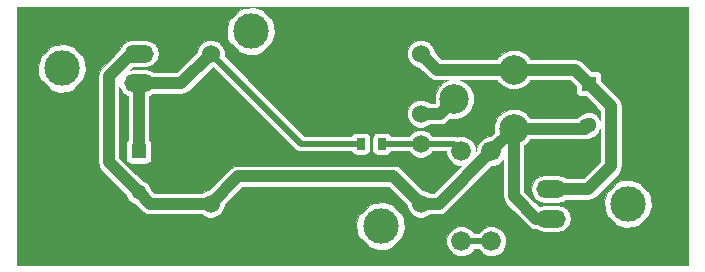
<source format=gbr>
G04 #@! TF.FileFunction,Copper,L2,Bot,Signal*
%FSLAX46Y46*%
G04 Gerber Fmt 4.6, Leading zero omitted, Abs format (unit mm)*
G04 Created by KiCad (PCBNEW 4.0.3-stable) date 09/13/16 14:55:43*
%MOMM*%
%LPD*%
G01*
G04 APERTURE LIST*
%ADD10C,0.100000*%
%ADD11C,1.300000*%
%ADD12R,1.300000X1.300000*%
%ADD13C,1.676400*%
%ADD14C,2.499360*%
%ADD15R,0.800000X1.000000*%
%ADD16O,2.500000X1.500000*%
%ADD17C,3.000000*%
%ADD18C,1.524000*%
%ADD19C,1.000000*%
%ADD20C,0.500000*%
%ADD21C,0.026000*%
G04 APERTURE END LIST*
D10*
D11*
X107950000Y-66365000D03*
D12*
X107950000Y-62865000D03*
D11*
X146050000Y-60650000D03*
D12*
X146050000Y-57150000D03*
D13*
X135255000Y-62865000D03*
X135255000Y-70485000D03*
X137795000Y-70485000D03*
X137795000Y-62865000D03*
D14*
X134660640Y-58460640D03*
X139700000Y-55961280D03*
X139700000Y-60960000D03*
D15*
X126735000Y-62230000D03*
X128535000Y-62230000D03*
D16*
X142875000Y-68580000D03*
X142875000Y-66080000D03*
D17*
X149375000Y-67330000D03*
D16*
X107950000Y-54610000D03*
X107950000Y-57110000D03*
D17*
X101450000Y-55860000D03*
D18*
X114046000Y-54610000D03*
X114046000Y-67310000D03*
X131826000Y-67310000D03*
X131826000Y-62230000D03*
X131826000Y-59690000D03*
X131826000Y-54610000D03*
D17*
X117436000Y-52710000D03*
X128436000Y-69210000D03*
D19*
X131826000Y-67310000D02*
X133350000Y-67310000D01*
X133350000Y-67310000D02*
X137795000Y-62865000D01*
X114046000Y-67310000D02*
X116356000Y-65000000D01*
X129516000Y-65000000D02*
X131826000Y-67310000D01*
X116356000Y-65000000D02*
X129516000Y-65000000D01*
X107950000Y-66365000D02*
X108895000Y-67310000D01*
X108895000Y-67310000D02*
X114046000Y-67310000D01*
X107950000Y-54610000D02*
X107315000Y-54610000D01*
X107315000Y-54610000D02*
X105410000Y-56515000D01*
X105410000Y-56515000D02*
X105410000Y-63825000D01*
X105410000Y-63825000D02*
X107950000Y-66365000D01*
X142875000Y-68580000D02*
X141605000Y-68580000D01*
X139700000Y-66675000D02*
X139700000Y-60960000D01*
X141605000Y-68580000D02*
X139700000Y-66675000D01*
X139700000Y-60960000D02*
X137795000Y-62865000D01*
X145725000Y-60650000D02*
X146050000Y-60650000D01*
X139700000Y-60960000D02*
X145740000Y-60960000D01*
X145740000Y-60960000D02*
X146050000Y-60650000D01*
D20*
X114046000Y-54610000D02*
X121666000Y-62230000D01*
X121666000Y-62230000D02*
X126735000Y-62230000D01*
D19*
X107950000Y-57110000D02*
X111546000Y-57110000D01*
X111546000Y-57110000D02*
X114046000Y-54610000D01*
X107950000Y-57110000D02*
X107950000Y-62865000D01*
X131826000Y-54610000D02*
X133177280Y-55961280D01*
X133177280Y-55961280D02*
X139700000Y-55961280D01*
X142875000Y-66080000D02*
X146010000Y-66080000D01*
X147955000Y-59055000D02*
X146050000Y-57150000D01*
X147955000Y-64135000D02*
X147955000Y-59055000D01*
X146010000Y-66080000D02*
X147955000Y-64135000D01*
X139700000Y-55961280D02*
X144861280Y-55961280D01*
X144861280Y-55961280D02*
X146050000Y-57150000D01*
X139618720Y-55880000D02*
X139700000Y-55961280D01*
D20*
X128535000Y-62230000D02*
X131826000Y-62230000D01*
X131826000Y-62230000D02*
X134620000Y-62230000D01*
X134620000Y-62230000D02*
X135255000Y-62865000D01*
X134620000Y-70485000D02*
X137160000Y-70485000D01*
D19*
X131826000Y-59690000D02*
X133431280Y-59690000D01*
X133431280Y-59690000D02*
X134660640Y-58460640D01*
D21*
G36*
X154452000Y-72537000D02*
X97643000Y-72537000D01*
X97643000Y-68966607D01*
X126389831Y-68966607D01*
X126452444Y-69768169D01*
X126638729Y-70217901D01*
X126911307Y-70393867D01*
X126913040Y-70392134D01*
X127253569Y-70733257D01*
X127252133Y-70734693D01*
X127428099Y-71007271D01*
X128192607Y-71256169D01*
X128994169Y-71193556D01*
X129443901Y-71007271D01*
X129619867Y-70734693D01*
X129618134Y-70732960D01*
X129866526Y-70485000D01*
X133957000Y-70485000D01*
X134003596Y-70719252D01*
X134003584Y-70732787D01*
X134193666Y-71192822D01*
X134545327Y-71545097D01*
X135005029Y-71735982D01*
X135502787Y-71736416D01*
X135962822Y-71546334D01*
X136315097Y-71194673D01*
X136334477Y-71148000D01*
X136715146Y-71148000D01*
X136733666Y-71192822D01*
X137085327Y-71545097D01*
X137545029Y-71735982D01*
X138042787Y-71736416D01*
X138502822Y-71546334D01*
X138855097Y-71194673D01*
X139045982Y-70734971D01*
X139046416Y-70237213D01*
X138856334Y-69777178D01*
X138504673Y-69424903D01*
X138044971Y-69234018D01*
X137547213Y-69233584D01*
X137087178Y-69423666D01*
X136734903Y-69775327D01*
X136715523Y-69822000D01*
X136334854Y-69822000D01*
X136316334Y-69777178D01*
X135964673Y-69424903D01*
X135504971Y-69234018D01*
X135007213Y-69233584D01*
X134547178Y-69423666D01*
X134194903Y-69775327D01*
X134004018Y-70235029D01*
X134004006Y-70248685D01*
X133957000Y-70485000D01*
X129866526Y-70485000D01*
X129959257Y-70392431D01*
X129960693Y-70393867D01*
X130233271Y-70217901D01*
X130482169Y-69453393D01*
X130419556Y-68651831D01*
X130233271Y-68202099D01*
X129960693Y-68026133D01*
X129958960Y-68027866D01*
X129618431Y-67686743D01*
X129619867Y-67685307D01*
X129443901Y-67412729D01*
X128679393Y-67163831D01*
X127877831Y-67226444D01*
X127428099Y-67412729D01*
X127252133Y-67685307D01*
X127253866Y-67687040D01*
X126912743Y-68027569D01*
X126911307Y-68026133D01*
X126638729Y-68202099D01*
X126389831Y-68966607D01*
X97643000Y-68966607D01*
X97643000Y-55616607D01*
X99403831Y-55616607D01*
X99466444Y-56418169D01*
X99652729Y-56867901D01*
X99925307Y-57043867D01*
X99927040Y-57042134D01*
X100267569Y-57383257D01*
X100266133Y-57384693D01*
X100442099Y-57657271D01*
X101206607Y-57906169D01*
X102008169Y-57843556D01*
X102457901Y-57657271D01*
X102633867Y-57384693D01*
X102632134Y-57382960D01*
X102973257Y-57042431D01*
X102974693Y-57043867D01*
X103247271Y-56867901D01*
X103362163Y-56515000D01*
X104497000Y-56515000D01*
X104497000Y-63825000D01*
X104549115Y-64087000D01*
X104566498Y-64174390D01*
X104764412Y-64470588D01*
X106899122Y-66605299D01*
X107048307Y-66966354D01*
X107347073Y-67265642D01*
X107710284Y-67416460D01*
X108249412Y-67955589D01*
X108545610Y-68153502D01*
X108895000Y-68223000D01*
X113297155Y-68223000D01*
X113379547Y-68305536D01*
X113811253Y-68484796D01*
X114278697Y-68485204D01*
X114710715Y-68306698D01*
X115041536Y-67976453D01*
X115220796Y-67544747D01*
X115220899Y-67426277D01*
X116734177Y-65913000D01*
X129137824Y-65913000D01*
X130650898Y-67426075D01*
X130650796Y-67542697D01*
X130829302Y-67974715D01*
X131159547Y-68305536D01*
X131591253Y-68484796D01*
X132058697Y-68485204D01*
X132490715Y-68306698D01*
X132574559Y-68223000D01*
X133350000Y-68223000D01*
X133699390Y-68153502D01*
X133995588Y-67955588D01*
X137834942Y-64116235D01*
X138042787Y-64116416D01*
X138502822Y-63926334D01*
X138787000Y-63642651D01*
X138787000Y-66675000D01*
X138844954Y-66966354D01*
X138856498Y-67024390D01*
X139054412Y-67320588D01*
X140959412Y-69225589D01*
X141184771Y-69376169D01*
X141255610Y-69423502D01*
X141605000Y-69493000D01*
X141655700Y-69493000D01*
X141897359Y-69654472D01*
X142342420Y-69743000D01*
X143407580Y-69743000D01*
X143852641Y-69654472D01*
X144229945Y-69402365D01*
X144482052Y-69025061D01*
X144570580Y-68580000D01*
X144482052Y-68134939D01*
X144229945Y-67757635D01*
X143852641Y-67505528D01*
X143407580Y-67417000D01*
X142342420Y-67417000D01*
X141897359Y-67505528D01*
X141852008Y-67535831D01*
X140613000Y-66296824D01*
X140613000Y-62381779D01*
X140640602Y-62370374D01*
X141108730Y-61903062D01*
X141121213Y-61873000D01*
X145740000Y-61873000D01*
X146089390Y-61803502D01*
X146224607Y-61713153D01*
X146260516Y-61713184D01*
X146651354Y-61551693D01*
X146950642Y-61252927D01*
X147042000Y-61032912D01*
X147042000Y-63756823D01*
X145631824Y-65167000D01*
X144094300Y-65167000D01*
X143852641Y-65005528D01*
X143407580Y-64917000D01*
X142342420Y-64917000D01*
X141897359Y-65005528D01*
X141520055Y-65257635D01*
X141267948Y-65634939D01*
X141179420Y-66080000D01*
X141267948Y-66525061D01*
X141520055Y-66902365D01*
X141897359Y-67154472D01*
X142342420Y-67243000D01*
X143407580Y-67243000D01*
X143852641Y-67154472D01*
X143954207Y-67086607D01*
X147328831Y-67086607D01*
X147391444Y-67888169D01*
X147577729Y-68337901D01*
X147850307Y-68513867D01*
X147852040Y-68512134D01*
X148192569Y-68853257D01*
X148191133Y-68854693D01*
X148367099Y-69127271D01*
X149131607Y-69376169D01*
X149933169Y-69313556D01*
X150382901Y-69127271D01*
X150558867Y-68854693D01*
X150557134Y-68852960D01*
X150898257Y-68512431D01*
X150899693Y-68513867D01*
X151172271Y-68337901D01*
X151421169Y-67573393D01*
X151358556Y-66771831D01*
X151172271Y-66322099D01*
X150899693Y-66146133D01*
X150897960Y-66147866D01*
X150557431Y-65806743D01*
X150558867Y-65805307D01*
X150382901Y-65532729D01*
X149618393Y-65283831D01*
X148816831Y-65346444D01*
X148367099Y-65532729D01*
X148191133Y-65805307D01*
X148192866Y-65807040D01*
X147851743Y-66147569D01*
X147850307Y-66146133D01*
X147577729Y-66322099D01*
X147328831Y-67086607D01*
X143954207Y-67086607D01*
X144094300Y-66993000D01*
X146010000Y-66993000D01*
X146359390Y-66923502D01*
X146655588Y-66725588D01*
X148600588Y-64780589D01*
X148798502Y-64484390D01*
X148824356Y-64354412D01*
X148868000Y-64135000D01*
X148868000Y-59055000D01*
X148798502Y-58705610D01*
X148790278Y-58693302D01*
X148600589Y-58409412D01*
X147121091Y-56929915D01*
X147121091Y-56500000D01*
X147092293Y-56346951D01*
X147001841Y-56206386D01*
X146863828Y-56112085D01*
X146700000Y-56078909D01*
X146270086Y-56078909D01*
X145506868Y-55315692D01*
X145210670Y-55117778D01*
X144861280Y-55048280D01*
X141121779Y-55048280D01*
X141110374Y-55020678D01*
X140643062Y-54552550D01*
X140032178Y-54298889D01*
X139370723Y-54298312D01*
X138759398Y-54550906D01*
X138291270Y-55018218D01*
X138278787Y-55048280D01*
X133555457Y-55048280D01*
X133001102Y-54493926D01*
X133001204Y-54377303D01*
X132822698Y-53945285D01*
X132492453Y-53614464D01*
X132060747Y-53435204D01*
X131593303Y-53434796D01*
X131161285Y-53613302D01*
X130830464Y-53943547D01*
X130651204Y-54375253D01*
X130650796Y-54842697D01*
X130829302Y-55274715D01*
X131159547Y-55605536D01*
X131591253Y-55784796D01*
X131709723Y-55784899D01*
X132531692Y-56606869D01*
X132761782Y-56760610D01*
X132827890Y-56804782D01*
X133177280Y-56874280D01*
X134145957Y-56874280D01*
X133720038Y-57050266D01*
X133251910Y-57517578D01*
X132998249Y-58128462D01*
X132997683Y-58777000D01*
X132574845Y-58777000D01*
X132492453Y-58694464D01*
X132060747Y-58515204D01*
X131593303Y-58514796D01*
X131161285Y-58693302D01*
X130830464Y-59023547D01*
X130651204Y-59455253D01*
X130650796Y-59922697D01*
X130829302Y-60354715D01*
X131159547Y-60685536D01*
X131591253Y-60864796D01*
X132058697Y-60865204D01*
X132490715Y-60686698D01*
X132574559Y-60603000D01*
X133431280Y-60603000D01*
X133780670Y-60533502D01*
X134076868Y-60335588D01*
X134300879Y-60111577D01*
X134328462Y-60123031D01*
X134989917Y-60123608D01*
X135601242Y-59871014D01*
X136069370Y-59403702D01*
X136323031Y-58792818D01*
X136323608Y-58131363D01*
X136071014Y-57520038D01*
X135603702Y-57051910D01*
X135175921Y-56874280D01*
X138278221Y-56874280D01*
X138289626Y-56901882D01*
X138756938Y-57370010D01*
X139367822Y-57623671D01*
X140029277Y-57624248D01*
X140640602Y-57371654D01*
X141108730Y-56904342D01*
X141121213Y-56874280D01*
X144483104Y-56874280D01*
X144978909Y-57370086D01*
X144978909Y-57800000D01*
X145007707Y-57953049D01*
X145098159Y-58093614D01*
X145236172Y-58187915D01*
X145400000Y-58221091D01*
X145829915Y-58221091D01*
X147042000Y-59433177D01*
X147042000Y-60267206D01*
X146951693Y-60048646D01*
X146652927Y-59749358D01*
X146262371Y-59587185D01*
X145839484Y-59586816D01*
X145448646Y-59748307D01*
X145394022Y-59802836D01*
X145375610Y-59806498D01*
X145079412Y-60004412D01*
X145050955Y-60047000D01*
X141121779Y-60047000D01*
X141110374Y-60019398D01*
X140643062Y-59551270D01*
X140032178Y-59297609D01*
X139370723Y-59297032D01*
X138759398Y-59549626D01*
X138291270Y-60016938D01*
X138037609Y-60627822D01*
X138037032Y-61289277D01*
X138049462Y-61319361D01*
X137755058Y-61613765D01*
X137547213Y-61613584D01*
X137087178Y-61803666D01*
X136734903Y-62155327D01*
X136544018Y-62615029D01*
X136543835Y-62824988D01*
X136506202Y-62862621D01*
X136506416Y-62617213D01*
X136316334Y-62157178D01*
X135964673Y-61804903D01*
X135504971Y-61614018D01*
X135007213Y-61613584D01*
X134921135Y-61649150D01*
X134873719Y-61617468D01*
X134620000Y-61567000D01*
X132823407Y-61567000D01*
X132822698Y-61565285D01*
X132492453Y-61234464D01*
X132060747Y-61055204D01*
X131593303Y-61054796D01*
X131161285Y-61233302D01*
X130830464Y-61563547D01*
X130829030Y-61567000D01*
X129320890Y-61567000D01*
X129236841Y-61436386D01*
X129098828Y-61342085D01*
X128935000Y-61308909D01*
X128135000Y-61308909D01*
X127981951Y-61337707D01*
X127841386Y-61428159D01*
X127747085Y-61566172D01*
X127713909Y-61730000D01*
X127713909Y-62730000D01*
X127742707Y-62883049D01*
X127833159Y-63023614D01*
X127971172Y-63117915D01*
X128135000Y-63151091D01*
X128935000Y-63151091D01*
X129088049Y-63122293D01*
X129228614Y-63031841D01*
X129322915Y-62893828D01*
X129323083Y-62893000D01*
X130828593Y-62893000D01*
X130829302Y-62894715D01*
X131159547Y-63225536D01*
X131591253Y-63404796D01*
X132058697Y-63405204D01*
X132490715Y-63226698D01*
X132821536Y-62896453D01*
X132822970Y-62893000D01*
X134003776Y-62893000D01*
X134003584Y-63112787D01*
X134193666Y-63572822D01*
X134545327Y-63925097D01*
X135005029Y-64115982D01*
X135252626Y-64116198D01*
X132971824Y-66397000D01*
X132574845Y-66397000D01*
X132492453Y-66314464D01*
X132060747Y-66135204D01*
X131942277Y-66135101D01*
X130161588Y-64354412D01*
X129865390Y-64156498D01*
X129516000Y-64087000D01*
X116356000Y-64087000D01*
X116006610Y-64156498D01*
X115710411Y-64354412D01*
X113929926Y-66134898D01*
X113813303Y-66134796D01*
X113381285Y-66313302D01*
X113297441Y-66397000D01*
X109273177Y-66397000D01*
X109000878Y-66124702D01*
X108851693Y-65763646D01*
X108552927Y-65464358D01*
X108189717Y-65313540D01*
X106323000Y-63446824D01*
X106323000Y-57454775D01*
X106342948Y-57555061D01*
X106595055Y-57932365D01*
X106972359Y-58184472D01*
X107037000Y-58197330D01*
X107037000Y-61893459D01*
X107006386Y-61913159D01*
X106912085Y-62051172D01*
X106878909Y-62215000D01*
X106878909Y-63515000D01*
X106907707Y-63668049D01*
X106998159Y-63808614D01*
X107136172Y-63902915D01*
X107300000Y-63936091D01*
X108600000Y-63936091D01*
X108753049Y-63907293D01*
X108893614Y-63816841D01*
X108987915Y-63678828D01*
X109021091Y-63515000D01*
X109021091Y-62215000D01*
X108992293Y-62061951D01*
X108901841Y-61921386D01*
X108863000Y-61894847D01*
X108863000Y-58197330D01*
X108927641Y-58184472D01*
X109169300Y-58023000D01*
X111546000Y-58023000D01*
X111895390Y-57953502D01*
X112191588Y-57755588D01*
X114162075Y-55785102D01*
X114278697Y-55785204D01*
X114282152Y-55783776D01*
X121197188Y-62698812D01*
X121412281Y-62842532D01*
X121666000Y-62893000D01*
X125949110Y-62893000D01*
X126033159Y-63023614D01*
X126171172Y-63117915D01*
X126335000Y-63151091D01*
X127135000Y-63151091D01*
X127288049Y-63122293D01*
X127428614Y-63031841D01*
X127522915Y-62893828D01*
X127556091Y-62730000D01*
X127556091Y-61730000D01*
X127527293Y-61576951D01*
X127436841Y-61436386D01*
X127298828Y-61342085D01*
X127135000Y-61308909D01*
X126335000Y-61308909D01*
X126181951Y-61337707D01*
X126041386Y-61428159D01*
X125947085Y-61566172D01*
X125946917Y-61567000D01*
X121940624Y-61567000D01*
X115220084Y-54846460D01*
X115220796Y-54844747D01*
X115221204Y-54377303D01*
X115042698Y-53945285D01*
X114712453Y-53614464D01*
X114280747Y-53435204D01*
X113813303Y-53434796D01*
X113381285Y-53613302D01*
X113050464Y-53943547D01*
X112871204Y-54375253D01*
X112871101Y-54493723D01*
X111167824Y-56197000D01*
X109169300Y-56197000D01*
X108927641Y-56035528D01*
X108482580Y-55947000D01*
X107417420Y-55947000D01*
X107232367Y-55983809D01*
X107443177Y-55773000D01*
X108482580Y-55773000D01*
X108927641Y-55684472D01*
X109304945Y-55432365D01*
X109557052Y-55055061D01*
X109645580Y-54610000D01*
X109557052Y-54164939D01*
X109304945Y-53787635D01*
X108927641Y-53535528D01*
X108482580Y-53447000D01*
X107417420Y-53447000D01*
X106972359Y-53535528D01*
X106595055Y-53787635D01*
X106342948Y-54164939D01*
X106311678Y-54322145D01*
X104764412Y-55869412D01*
X104566498Y-56165610D01*
X104497000Y-56515000D01*
X103362163Y-56515000D01*
X103496169Y-56103393D01*
X103433556Y-55301831D01*
X103247271Y-54852099D01*
X102974693Y-54676133D01*
X102972960Y-54677866D01*
X102632431Y-54336743D01*
X102633867Y-54335307D01*
X102457901Y-54062729D01*
X101693393Y-53813831D01*
X100891831Y-53876444D01*
X100442099Y-54062729D01*
X100266133Y-54335307D01*
X100267866Y-54337040D01*
X99926743Y-54677569D01*
X99925307Y-54676133D01*
X99652729Y-54852099D01*
X99403831Y-55616607D01*
X97643000Y-55616607D01*
X97643000Y-52466607D01*
X115389831Y-52466607D01*
X115452444Y-53268169D01*
X115638729Y-53717901D01*
X115911307Y-53893867D01*
X115913040Y-53892134D01*
X116253569Y-54233257D01*
X116252133Y-54234693D01*
X116428099Y-54507271D01*
X117192607Y-54756169D01*
X117994169Y-54693556D01*
X118443901Y-54507271D01*
X118619867Y-54234693D01*
X118618134Y-54232960D01*
X118959257Y-53892431D01*
X118960693Y-53893867D01*
X119233271Y-53717901D01*
X119482169Y-52953393D01*
X119419556Y-52151831D01*
X119233271Y-51702099D01*
X118960693Y-51526133D01*
X118958960Y-51527866D01*
X118618431Y-51186743D01*
X118619867Y-51185307D01*
X118443901Y-50912729D01*
X117679393Y-50663831D01*
X116877831Y-50726444D01*
X116428099Y-50912729D01*
X116252133Y-51185307D01*
X116253866Y-51187040D01*
X115912743Y-51527569D01*
X115911307Y-51526133D01*
X115638729Y-51702099D01*
X115389831Y-52466607D01*
X97643000Y-52466607D01*
X97643000Y-50653000D01*
X154452000Y-50653000D01*
X154452000Y-72537000D01*
X154452000Y-72537000D01*
G37*
X154452000Y-72537000D02*
X97643000Y-72537000D01*
X97643000Y-68966607D01*
X126389831Y-68966607D01*
X126452444Y-69768169D01*
X126638729Y-70217901D01*
X126911307Y-70393867D01*
X126913040Y-70392134D01*
X127253569Y-70733257D01*
X127252133Y-70734693D01*
X127428099Y-71007271D01*
X128192607Y-71256169D01*
X128994169Y-71193556D01*
X129443901Y-71007271D01*
X129619867Y-70734693D01*
X129618134Y-70732960D01*
X129866526Y-70485000D01*
X133957000Y-70485000D01*
X134003596Y-70719252D01*
X134003584Y-70732787D01*
X134193666Y-71192822D01*
X134545327Y-71545097D01*
X135005029Y-71735982D01*
X135502787Y-71736416D01*
X135962822Y-71546334D01*
X136315097Y-71194673D01*
X136334477Y-71148000D01*
X136715146Y-71148000D01*
X136733666Y-71192822D01*
X137085327Y-71545097D01*
X137545029Y-71735982D01*
X138042787Y-71736416D01*
X138502822Y-71546334D01*
X138855097Y-71194673D01*
X139045982Y-70734971D01*
X139046416Y-70237213D01*
X138856334Y-69777178D01*
X138504673Y-69424903D01*
X138044971Y-69234018D01*
X137547213Y-69233584D01*
X137087178Y-69423666D01*
X136734903Y-69775327D01*
X136715523Y-69822000D01*
X136334854Y-69822000D01*
X136316334Y-69777178D01*
X135964673Y-69424903D01*
X135504971Y-69234018D01*
X135007213Y-69233584D01*
X134547178Y-69423666D01*
X134194903Y-69775327D01*
X134004018Y-70235029D01*
X134004006Y-70248685D01*
X133957000Y-70485000D01*
X129866526Y-70485000D01*
X129959257Y-70392431D01*
X129960693Y-70393867D01*
X130233271Y-70217901D01*
X130482169Y-69453393D01*
X130419556Y-68651831D01*
X130233271Y-68202099D01*
X129960693Y-68026133D01*
X129958960Y-68027866D01*
X129618431Y-67686743D01*
X129619867Y-67685307D01*
X129443901Y-67412729D01*
X128679393Y-67163831D01*
X127877831Y-67226444D01*
X127428099Y-67412729D01*
X127252133Y-67685307D01*
X127253866Y-67687040D01*
X126912743Y-68027569D01*
X126911307Y-68026133D01*
X126638729Y-68202099D01*
X126389831Y-68966607D01*
X97643000Y-68966607D01*
X97643000Y-55616607D01*
X99403831Y-55616607D01*
X99466444Y-56418169D01*
X99652729Y-56867901D01*
X99925307Y-57043867D01*
X99927040Y-57042134D01*
X100267569Y-57383257D01*
X100266133Y-57384693D01*
X100442099Y-57657271D01*
X101206607Y-57906169D01*
X102008169Y-57843556D01*
X102457901Y-57657271D01*
X102633867Y-57384693D01*
X102632134Y-57382960D01*
X102973257Y-57042431D01*
X102974693Y-57043867D01*
X103247271Y-56867901D01*
X103362163Y-56515000D01*
X104497000Y-56515000D01*
X104497000Y-63825000D01*
X104549115Y-64087000D01*
X104566498Y-64174390D01*
X104764412Y-64470588D01*
X106899122Y-66605299D01*
X107048307Y-66966354D01*
X107347073Y-67265642D01*
X107710284Y-67416460D01*
X108249412Y-67955589D01*
X108545610Y-68153502D01*
X108895000Y-68223000D01*
X113297155Y-68223000D01*
X113379547Y-68305536D01*
X113811253Y-68484796D01*
X114278697Y-68485204D01*
X114710715Y-68306698D01*
X115041536Y-67976453D01*
X115220796Y-67544747D01*
X115220899Y-67426277D01*
X116734177Y-65913000D01*
X129137824Y-65913000D01*
X130650898Y-67426075D01*
X130650796Y-67542697D01*
X130829302Y-67974715D01*
X131159547Y-68305536D01*
X131591253Y-68484796D01*
X132058697Y-68485204D01*
X132490715Y-68306698D01*
X132574559Y-68223000D01*
X133350000Y-68223000D01*
X133699390Y-68153502D01*
X133995588Y-67955588D01*
X137834942Y-64116235D01*
X138042787Y-64116416D01*
X138502822Y-63926334D01*
X138787000Y-63642651D01*
X138787000Y-66675000D01*
X138844954Y-66966354D01*
X138856498Y-67024390D01*
X139054412Y-67320588D01*
X140959412Y-69225589D01*
X141184771Y-69376169D01*
X141255610Y-69423502D01*
X141605000Y-69493000D01*
X141655700Y-69493000D01*
X141897359Y-69654472D01*
X142342420Y-69743000D01*
X143407580Y-69743000D01*
X143852641Y-69654472D01*
X144229945Y-69402365D01*
X144482052Y-69025061D01*
X144570580Y-68580000D01*
X144482052Y-68134939D01*
X144229945Y-67757635D01*
X143852641Y-67505528D01*
X143407580Y-67417000D01*
X142342420Y-67417000D01*
X141897359Y-67505528D01*
X141852008Y-67535831D01*
X140613000Y-66296824D01*
X140613000Y-62381779D01*
X140640602Y-62370374D01*
X141108730Y-61903062D01*
X141121213Y-61873000D01*
X145740000Y-61873000D01*
X146089390Y-61803502D01*
X146224607Y-61713153D01*
X146260516Y-61713184D01*
X146651354Y-61551693D01*
X146950642Y-61252927D01*
X147042000Y-61032912D01*
X147042000Y-63756823D01*
X145631824Y-65167000D01*
X144094300Y-65167000D01*
X143852641Y-65005528D01*
X143407580Y-64917000D01*
X142342420Y-64917000D01*
X141897359Y-65005528D01*
X141520055Y-65257635D01*
X141267948Y-65634939D01*
X141179420Y-66080000D01*
X141267948Y-66525061D01*
X141520055Y-66902365D01*
X141897359Y-67154472D01*
X142342420Y-67243000D01*
X143407580Y-67243000D01*
X143852641Y-67154472D01*
X143954207Y-67086607D01*
X147328831Y-67086607D01*
X147391444Y-67888169D01*
X147577729Y-68337901D01*
X147850307Y-68513867D01*
X147852040Y-68512134D01*
X148192569Y-68853257D01*
X148191133Y-68854693D01*
X148367099Y-69127271D01*
X149131607Y-69376169D01*
X149933169Y-69313556D01*
X150382901Y-69127271D01*
X150558867Y-68854693D01*
X150557134Y-68852960D01*
X150898257Y-68512431D01*
X150899693Y-68513867D01*
X151172271Y-68337901D01*
X151421169Y-67573393D01*
X151358556Y-66771831D01*
X151172271Y-66322099D01*
X150899693Y-66146133D01*
X150897960Y-66147866D01*
X150557431Y-65806743D01*
X150558867Y-65805307D01*
X150382901Y-65532729D01*
X149618393Y-65283831D01*
X148816831Y-65346444D01*
X148367099Y-65532729D01*
X148191133Y-65805307D01*
X148192866Y-65807040D01*
X147851743Y-66147569D01*
X147850307Y-66146133D01*
X147577729Y-66322099D01*
X147328831Y-67086607D01*
X143954207Y-67086607D01*
X144094300Y-66993000D01*
X146010000Y-66993000D01*
X146359390Y-66923502D01*
X146655588Y-66725588D01*
X148600588Y-64780589D01*
X148798502Y-64484390D01*
X148824356Y-64354412D01*
X148868000Y-64135000D01*
X148868000Y-59055000D01*
X148798502Y-58705610D01*
X148790278Y-58693302D01*
X148600589Y-58409412D01*
X147121091Y-56929915D01*
X147121091Y-56500000D01*
X147092293Y-56346951D01*
X147001841Y-56206386D01*
X146863828Y-56112085D01*
X146700000Y-56078909D01*
X146270086Y-56078909D01*
X145506868Y-55315692D01*
X145210670Y-55117778D01*
X144861280Y-55048280D01*
X141121779Y-55048280D01*
X141110374Y-55020678D01*
X140643062Y-54552550D01*
X140032178Y-54298889D01*
X139370723Y-54298312D01*
X138759398Y-54550906D01*
X138291270Y-55018218D01*
X138278787Y-55048280D01*
X133555457Y-55048280D01*
X133001102Y-54493926D01*
X133001204Y-54377303D01*
X132822698Y-53945285D01*
X132492453Y-53614464D01*
X132060747Y-53435204D01*
X131593303Y-53434796D01*
X131161285Y-53613302D01*
X130830464Y-53943547D01*
X130651204Y-54375253D01*
X130650796Y-54842697D01*
X130829302Y-55274715D01*
X131159547Y-55605536D01*
X131591253Y-55784796D01*
X131709723Y-55784899D01*
X132531692Y-56606869D01*
X132761782Y-56760610D01*
X132827890Y-56804782D01*
X133177280Y-56874280D01*
X134145957Y-56874280D01*
X133720038Y-57050266D01*
X133251910Y-57517578D01*
X132998249Y-58128462D01*
X132997683Y-58777000D01*
X132574845Y-58777000D01*
X132492453Y-58694464D01*
X132060747Y-58515204D01*
X131593303Y-58514796D01*
X131161285Y-58693302D01*
X130830464Y-59023547D01*
X130651204Y-59455253D01*
X130650796Y-59922697D01*
X130829302Y-60354715D01*
X131159547Y-60685536D01*
X131591253Y-60864796D01*
X132058697Y-60865204D01*
X132490715Y-60686698D01*
X132574559Y-60603000D01*
X133431280Y-60603000D01*
X133780670Y-60533502D01*
X134076868Y-60335588D01*
X134300879Y-60111577D01*
X134328462Y-60123031D01*
X134989917Y-60123608D01*
X135601242Y-59871014D01*
X136069370Y-59403702D01*
X136323031Y-58792818D01*
X136323608Y-58131363D01*
X136071014Y-57520038D01*
X135603702Y-57051910D01*
X135175921Y-56874280D01*
X138278221Y-56874280D01*
X138289626Y-56901882D01*
X138756938Y-57370010D01*
X139367822Y-57623671D01*
X140029277Y-57624248D01*
X140640602Y-57371654D01*
X141108730Y-56904342D01*
X141121213Y-56874280D01*
X144483104Y-56874280D01*
X144978909Y-57370086D01*
X144978909Y-57800000D01*
X145007707Y-57953049D01*
X145098159Y-58093614D01*
X145236172Y-58187915D01*
X145400000Y-58221091D01*
X145829915Y-58221091D01*
X147042000Y-59433177D01*
X147042000Y-60267206D01*
X146951693Y-60048646D01*
X146652927Y-59749358D01*
X146262371Y-59587185D01*
X145839484Y-59586816D01*
X145448646Y-59748307D01*
X145394022Y-59802836D01*
X145375610Y-59806498D01*
X145079412Y-60004412D01*
X145050955Y-60047000D01*
X141121779Y-60047000D01*
X141110374Y-60019398D01*
X140643062Y-59551270D01*
X140032178Y-59297609D01*
X139370723Y-59297032D01*
X138759398Y-59549626D01*
X138291270Y-60016938D01*
X138037609Y-60627822D01*
X138037032Y-61289277D01*
X138049462Y-61319361D01*
X137755058Y-61613765D01*
X137547213Y-61613584D01*
X137087178Y-61803666D01*
X136734903Y-62155327D01*
X136544018Y-62615029D01*
X136543835Y-62824988D01*
X136506202Y-62862621D01*
X136506416Y-62617213D01*
X136316334Y-62157178D01*
X135964673Y-61804903D01*
X135504971Y-61614018D01*
X135007213Y-61613584D01*
X134921135Y-61649150D01*
X134873719Y-61617468D01*
X134620000Y-61567000D01*
X132823407Y-61567000D01*
X132822698Y-61565285D01*
X132492453Y-61234464D01*
X132060747Y-61055204D01*
X131593303Y-61054796D01*
X131161285Y-61233302D01*
X130830464Y-61563547D01*
X130829030Y-61567000D01*
X129320890Y-61567000D01*
X129236841Y-61436386D01*
X129098828Y-61342085D01*
X128935000Y-61308909D01*
X128135000Y-61308909D01*
X127981951Y-61337707D01*
X127841386Y-61428159D01*
X127747085Y-61566172D01*
X127713909Y-61730000D01*
X127713909Y-62730000D01*
X127742707Y-62883049D01*
X127833159Y-63023614D01*
X127971172Y-63117915D01*
X128135000Y-63151091D01*
X128935000Y-63151091D01*
X129088049Y-63122293D01*
X129228614Y-63031841D01*
X129322915Y-62893828D01*
X129323083Y-62893000D01*
X130828593Y-62893000D01*
X130829302Y-62894715D01*
X131159547Y-63225536D01*
X131591253Y-63404796D01*
X132058697Y-63405204D01*
X132490715Y-63226698D01*
X132821536Y-62896453D01*
X132822970Y-62893000D01*
X134003776Y-62893000D01*
X134003584Y-63112787D01*
X134193666Y-63572822D01*
X134545327Y-63925097D01*
X135005029Y-64115982D01*
X135252626Y-64116198D01*
X132971824Y-66397000D01*
X132574845Y-66397000D01*
X132492453Y-66314464D01*
X132060747Y-66135204D01*
X131942277Y-66135101D01*
X130161588Y-64354412D01*
X129865390Y-64156498D01*
X129516000Y-64087000D01*
X116356000Y-64087000D01*
X116006610Y-64156498D01*
X115710411Y-64354412D01*
X113929926Y-66134898D01*
X113813303Y-66134796D01*
X113381285Y-66313302D01*
X113297441Y-66397000D01*
X109273177Y-66397000D01*
X109000878Y-66124702D01*
X108851693Y-65763646D01*
X108552927Y-65464358D01*
X108189717Y-65313540D01*
X106323000Y-63446824D01*
X106323000Y-57454775D01*
X106342948Y-57555061D01*
X106595055Y-57932365D01*
X106972359Y-58184472D01*
X107037000Y-58197330D01*
X107037000Y-61893459D01*
X107006386Y-61913159D01*
X106912085Y-62051172D01*
X106878909Y-62215000D01*
X106878909Y-63515000D01*
X106907707Y-63668049D01*
X106998159Y-63808614D01*
X107136172Y-63902915D01*
X107300000Y-63936091D01*
X108600000Y-63936091D01*
X108753049Y-63907293D01*
X108893614Y-63816841D01*
X108987915Y-63678828D01*
X109021091Y-63515000D01*
X109021091Y-62215000D01*
X108992293Y-62061951D01*
X108901841Y-61921386D01*
X108863000Y-61894847D01*
X108863000Y-58197330D01*
X108927641Y-58184472D01*
X109169300Y-58023000D01*
X111546000Y-58023000D01*
X111895390Y-57953502D01*
X112191588Y-57755588D01*
X114162075Y-55785102D01*
X114278697Y-55785204D01*
X114282152Y-55783776D01*
X121197188Y-62698812D01*
X121412281Y-62842532D01*
X121666000Y-62893000D01*
X125949110Y-62893000D01*
X126033159Y-63023614D01*
X126171172Y-63117915D01*
X126335000Y-63151091D01*
X127135000Y-63151091D01*
X127288049Y-63122293D01*
X127428614Y-63031841D01*
X127522915Y-62893828D01*
X127556091Y-62730000D01*
X127556091Y-61730000D01*
X127527293Y-61576951D01*
X127436841Y-61436386D01*
X127298828Y-61342085D01*
X127135000Y-61308909D01*
X126335000Y-61308909D01*
X126181951Y-61337707D01*
X126041386Y-61428159D01*
X125947085Y-61566172D01*
X125946917Y-61567000D01*
X121940624Y-61567000D01*
X115220084Y-54846460D01*
X115220796Y-54844747D01*
X115221204Y-54377303D01*
X115042698Y-53945285D01*
X114712453Y-53614464D01*
X114280747Y-53435204D01*
X113813303Y-53434796D01*
X113381285Y-53613302D01*
X113050464Y-53943547D01*
X112871204Y-54375253D01*
X112871101Y-54493723D01*
X111167824Y-56197000D01*
X109169300Y-56197000D01*
X108927641Y-56035528D01*
X108482580Y-55947000D01*
X107417420Y-55947000D01*
X107232367Y-55983809D01*
X107443177Y-55773000D01*
X108482580Y-55773000D01*
X108927641Y-55684472D01*
X109304945Y-55432365D01*
X109557052Y-55055061D01*
X109645580Y-54610000D01*
X109557052Y-54164939D01*
X109304945Y-53787635D01*
X108927641Y-53535528D01*
X108482580Y-53447000D01*
X107417420Y-53447000D01*
X106972359Y-53535528D01*
X106595055Y-53787635D01*
X106342948Y-54164939D01*
X106311678Y-54322145D01*
X104764412Y-55869412D01*
X104566498Y-56165610D01*
X104497000Y-56515000D01*
X103362163Y-56515000D01*
X103496169Y-56103393D01*
X103433556Y-55301831D01*
X103247271Y-54852099D01*
X102974693Y-54676133D01*
X102972960Y-54677866D01*
X102632431Y-54336743D01*
X102633867Y-54335307D01*
X102457901Y-54062729D01*
X101693393Y-53813831D01*
X100891831Y-53876444D01*
X100442099Y-54062729D01*
X100266133Y-54335307D01*
X100267866Y-54337040D01*
X99926743Y-54677569D01*
X99925307Y-54676133D01*
X99652729Y-54852099D01*
X99403831Y-55616607D01*
X97643000Y-55616607D01*
X97643000Y-52466607D01*
X115389831Y-52466607D01*
X115452444Y-53268169D01*
X115638729Y-53717901D01*
X115911307Y-53893867D01*
X115913040Y-53892134D01*
X116253569Y-54233257D01*
X116252133Y-54234693D01*
X116428099Y-54507271D01*
X117192607Y-54756169D01*
X117994169Y-54693556D01*
X118443901Y-54507271D01*
X118619867Y-54234693D01*
X118618134Y-54232960D01*
X118959257Y-53892431D01*
X118960693Y-53893867D01*
X119233271Y-53717901D01*
X119482169Y-52953393D01*
X119419556Y-52151831D01*
X119233271Y-51702099D01*
X118960693Y-51526133D01*
X118958960Y-51527866D01*
X118618431Y-51186743D01*
X118619867Y-51185307D01*
X118443901Y-50912729D01*
X117679393Y-50663831D01*
X116877831Y-50726444D01*
X116428099Y-50912729D01*
X116252133Y-51185307D01*
X116253866Y-51187040D01*
X115912743Y-51527569D01*
X115911307Y-51526133D01*
X115638729Y-51702099D01*
X115389831Y-52466607D01*
X97643000Y-52466607D01*
X97643000Y-50653000D01*
X154452000Y-50653000D01*
X154452000Y-72537000D01*
M02*

</source>
